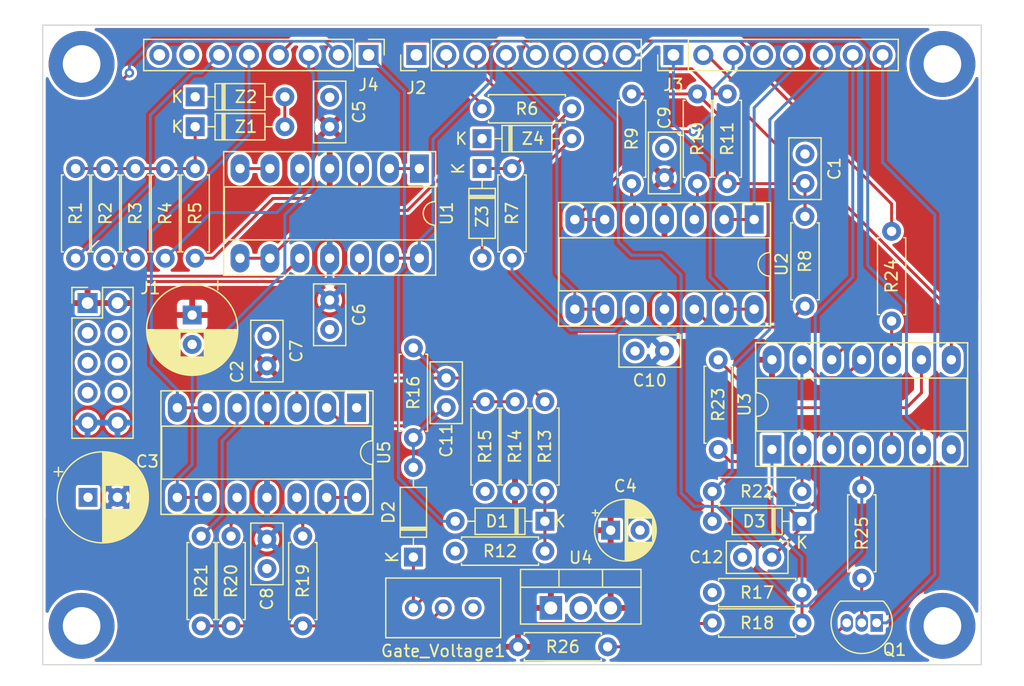
<source format=kicad_pcb>
(kicad_pcb (version 20221018) (generator pcbnew)
  (layers (0 "F.Cu" mixed) (1 "In1.Cu" power) (2 "In2.Cu" power) (31 "B.Cu" mixed) (34 "B.Paste" user) (35 "F.Paste" user) (36 "B.SilkS" user "B.Silkscreen") (37 "F.SilkS" user "F.Silkscreen") (38 "B.Mask" user) (39 "F.Mask" user) (44 "Edge.Cuts" user))
  (net 0 "")
  (net 1 "GND")
  (net 2 "X22")
  (net 3 "X17")
  (net 4 "X2")
  (net 5 "X4")
  (net 6 "Net-(U1B--)")
  (net 7 "Net-(U1A--)")
  (net 8 "X9")
  (net 9 "X11")
  (net 10 "X13")
  (net 11 "X15")
  (net 12 "X14")
  (net 13 "X18")
  (net 14 "X19")
  (net 15 "X21")
  (net 16 "X5")
  (net 17 "X8")
  (net 18 "X10")
  (net 19 "+12V")
  (net 20 "-12V")
  (net 21 "X16")
  (net 22 "Net-(Q1-B)")
  (net 23 "Net-(Q1-C)")
  (net 24 "Net-(U1C-+)")
  (net 25 "Net-(U1D-+)")
  (net 26 "Net-(U1B-+)")
  (net 27 "Net-(U1A-+)")
  (net 28 "Net-(U2C-+)")
  (net 29 "Net-(C1-Pad2)")
  (net 30 "Net-(U2D-+)")
  (net 31 "Net-(U2B-+)")
  (net 32 "Net-(U2A-+)")
  (net 33 "X6")
  (net 34 "Net-(U5A-+)")
  (net 35 "Net-(U5A--)")
  (net 36 "Net-(R17-Pad1)")
  (net 37 "Net-(U5D-+)")
  (net 38 "Net-(U5C-+)")
  (net 39 "Net-(U5B-+)")
  (net 40 "NG")
  (net 41 "Net-(R23-Pad1)")
  (net 42 "X20")
  (net 43 "Net-(R24-Pad2)")
  (net 44 "+5V")
  (net 45 "X3")
  (net 46 "Net-(Gate_Voltage1-Pad2)")
  (net 47 "X1")
  (net 48 "Net-(Z1-K)")
  (net 49 "Net-(Z3-K)")
  (net 50 "Net-(Z1-A)")
  (net 51 "Net-(Z3-A)")
  (net 52 "Net-(D2-A)")
  (net 53 "Net-(D1-K)")
  (net 54 "Net-(D2-K)")
  (net 55 "X12")
  (footprint "Diode_THT:D_DO-35_SOD27_P7.62mm_Horizontal" (layer "F.Cu") (at 80.264 38.354 -90)
    (fp_text reference "Z3")
    (fp_text value "1N5231B")
  )
  (footprint "Library:R_Axial_DIN0207_L6.3mm_D2.5mm_P7.62mm_Horizontal" (layer "F.Cu") (at 85.598 65.786 90)
    (fp_text reference "R13")
    (fp_text value "20K")
  )
  (footprint "Library:R_Axial_DIN0207_L6.3mm_D2.5mm_P7.62mm_Horizontal" (layer "F.Cu") (at 80.518 65.786 90)
    (fp_text reference "R15")
    (fp_text value "20K")
  )
  (footprint "Library:R_Axial_DIN0207_L6.3mm_D2.5mm_P7.62mm_Horizontal" (layer "F.Cu") (at 74.422 53.594 -90)
    (fp_text reference "R16")
    (fp_text value "1M")
  )
  (footprint "MountingHole:MountingHole_3.2mm_M3_DIN965_Pad" (layer "F.Cu") (at 119.38 77.216)
    (fp_text reference "H3" hide)
    (fp_text value "MountingHole_Pad")
  )
  (footprint "Capacitor_THT:CP_Radial_D5.0mm_P2.50mm" (layer "F.Cu") (at 91.186 69.088)
    (fp_text reference "C4")
    (fp_text value "1uF")
  )
  (footprint "Library:R_Axial_DIN0207_L6.3mm_D2.5mm_P7.62mm_Horizontal" (layer "F.Cu") (at 107.447 74.388 180)
    (fp_text reference "R17")
    (fp_text value "100K")
  )
  (footprint "Library:R_Axial_DIN0207_L6.3mm_D2.5mm_P7.62mm_Horizontal" (layer "F.Cu") (at 101.097 39.634 90)
    (fp_text reference "R11")
    (fp_text value "100R")
  )
  (footprint "Library:R_Axial_DIN0207_L6.3mm_D2.5mm_P7.62mm_Horizontal" (layer "F.Cu") (at 107.701 42.428 -90)
    (fp_text reference "R8")
    (fp_text value "10K")
  )
  (footprint "Library:R_Axial_DIN0207_L6.3mm_D2.5mm_P7.62mm_Horizontal" (layer "F.Cu") (at 58.928 69.596 -90)
    (fp_text reference "R20")
    (fp_text value "10K")
  )
  (footprint "Library:R_Axial_DIN0207_L6.3mm_D2.5mm_P7.62mm_Horizontal" (layer "F.Cu") (at 50.8 38.354 -90)
    (fp_text reference "R3")
    (fp_text value "10K")
  )
  (footprint "Library:R_Axial_DIN0207_L6.3mm_D2.5mm_P7.62mm_Horizontal" (layer "F.Cu") (at 98.557 32.014 -90)
    (fp_text reference "R10")
    (fp_text value "10K")
  )
  (footprint "Diode_THT:D_DO-35_SOD27_P7.62mm_Horizontal" (layer "F.Cu") (at 85.598 68.326 180)
    (fp_text reference "D1")
    (fp_text value "1N914")
  )
  (footprint "Capacitor_THT:C_Disc_D5.0mm_W2.5mm_P2.50mm" (layer "F.Cu") (at 61.976 69.85 -90)
    (fp_text reference "C8")
    (fp_text value "100nF")
  )
  (footprint "Capacitor_THT:C_Disc_D5.0mm_W2.5mm_P2.50mm" (layer "F.Cu") (at 102.387 71.384)
    (fp_text reference "C12")
    (fp_text value "220nF")
  )
  (footprint "Capacitor_THT:C_Disc_D5.0mm_W2.5mm_P2.50mm" (layer "F.Cu") (at 95.763 36.626 -90)
    (fp_text reference "C9")
    (fp_text value "100nF")
  )
  (footprint "Library:R_Axial_DIN0207_L6.3mm_D2.5mm_P7.62mm_Horizontal" (layer "F.Cu") (at 99.827 65.796)
    (fp_text reference "R22")
    (fp_text value "100R")
  )
  (footprint "Diode_THT:D_DO-35_SOD27_P7.62mm_Horizontal" (layer "F.Cu") (at 55.88 34.798)
    (fp_text reference "Z1")
    (fp_text value "1N5231B")
  )
  (footprint "Capacitor_THT:C_Disc_D5.0mm_W2.5mm_P2.50mm" (layer "F.Cu") (at 95.763 53.858 180)
    (fp_text reference "C10")
    (fp_text value "100nF")
  )
  (footprint "Library:R_Axial_DIN0207_L6.3mm_D2.5mm_P7.62mm_Horizontal" (layer "F.Cu") (at 115.062 43.688 -90)
    (fp_text reference "R24")
    (fp_text value "2K")
  )
  (footprint "MountingHole:MountingHole_3.2mm_M3_DIN965_Pad" (layer "F.Cu") (at 46.228 29.464)
    (fp_text reference "H1" hide)
    (fp_text value "MountingHole_Pad")
  )
  (footprint "Library:R_Axial_DIN0207_L6.3mm_D2.5mm_P7.62mm_Horizontal" (layer "F.Cu") (at 83.058 58.166 -90)
    (fp_text reference "R14")
    (fp_text value "100K")
  )
  (footprint "Connector_PinHeader_2.54mm:PinHeader_2x05_P2.54mm_Vertical" (layer "F.Cu") (at 46.736 49.784)
    (fp_text reference "J1")
    (fp_text value "Conn_02x05_Odd_Even")
  )
  (footprint "Diode_THT:D_DO-35_SOD27_P7.62mm_Horizontal" (layer "F.Cu") (at 107.447 68.336 180)
    (fp_text reference "D3")
    (fp_text value "1N914")
  )
  (footprint "Package_DIP:DIP-14_W7.62mm_Socket_LongPads" (layer "F.Cu") (at 74.93 38.354 -90)
    (fp_text reference "U1")
    (fp_text value "TL074")
  )
  (footprint "Connector_PinHeader_2.54mm:PinHeader_1x08_P2.54mm_Vertical" (layer "F.Cu") (at 74.676 28.702 90)
    (fp_text reference "J2")
    (fp_text value "Conn_01x08")
  )
  (footprint "Library:R_Axial_DIN0207_L6.3mm_D2.5mm_P7.62mm_Horizontal" (layer "F.Cu") (at 55.88 38.354 -90)
    (fp_text reference "R5")
    (fp_text value "10K")
  )
  (footprint "Capacitor_THT:C_Disc_D5.0mm_W2.5mm_P2.50mm" (layer "F.Cu") (at 67.31 32.298 -90)
    (fp_text reference "C5")
    (fp_text value "100nF")
  )
  (footprint "Package_DIP:DIP-14_W7.62mm_Socket_LongPads" (layer "F.Cu") (at 103.383 42.682 -90)
    (fp_text reference "U2")
    (fp_text value "TL074")
  )
  (footprint "Library:R_Axial_DIN0207_L6.3mm_D2.5mm_P7.62mm_Horizontal" (layer "F.Cu") (at 92.969 32.014 -90)
    (fp_text reference "R9")
    (fp_text value "10K")
  )
  (footprint "Library:R_Axial_DIN0207_L6.3mm_D2.5mm_P7.62mm_Horizontal" (layer "F.Cu") (at 45.72 45.974 90)
    (fp_text reference "R1")
    (fp_text value "10K")
  )
  (footprint "Capacitor_THT:CP_Radial_D7.5mm_P2.50mm" (layer "F.Cu") (at 55.626 50.8 -90)
    (fp_text reference "C2")
    (fp_text value "10uF")
  )
  (footprint "Library:R_Axial_DIN0207_L6.3mm_D2.5mm_P7.62mm_Horizontal" (layer "F.Cu") (at 65.024 69.596 -90)
    (fp_text reference "R19")
    (fp_text value "10K")
  )
  (footprint "Potentiometer_THT:Potentiometer_Bourns_3296W_Vertical" (layer "F.Cu") (at 74.422 75.692 180)
    (fp_text reference "Gate_Voltage1")
    (fp_text value "100K")
  )
  (footprint "Library:R_Axial_DIN0207_L6.3mm_D2.5mm_P7.62mm_Horizontal" (layer "F.Cu") (at 77.978 70.866)
    (fp_text reference "R12")
    (fp_text value "100K")
  )
  (footprint "Library:R_Axial_DIN0207_L6.3mm_D2.5mm_P7.62mm_Horizontal" (layer "F.Cu") (at 99.827 76.972)
    (fp_text reference "R18")
    (fp_text value "130K")
  )
  (footprint "MountingHole:MountingHole_3.2mm_M3_DIN965_Pad" (layer "F.Cu") (at 46.228 77.216)
    (fp_text reference "H4" hide)
    (fp_text value "MountingHole_Pad")
  )
  (footprint "Library:R_Axial_DIN0207_L6.3mm_D2.5mm_P7.62mm_Horizontal" (layer "F.Cu") (at 53.34 38.354 -90)
    (fp_text reference "R4")
    (fp_text value "10K")
  )
  (footprint "Diode_THT:D_DO-35_SOD27_P7.62mm_Horizontal" (layer "F.Cu") (at 80.264 35.814)
    (fp_text reference "Z4")
    (fp_text value "1N5231B")
  )
  (footprint "Capacitor_THT:C_Disc_D5.0mm_W2.5mm_P2.50mm" (layer "F.Cu") (at 61.976 52.618 -90)
    (fp_text reference "C7")
    (fp_text value "100nF")
  )
  (footprint "Capacitor_THT:C_Disc_D5.0mm_W2.5mm_P2.50mm" (layer "F.Cu") (at 77.216 56.154 -90)
    (fp_text reference "C11")
    (fp_text value "47pF")
  )
  (footprint "Library:R_Axial_DIN0207_L6.3mm_D2.5mm_P7.62mm_Horizontal" (layer "F.Cu") (at 100.33 54.61 -90)
    (fp_text reference "R23")
    (fp_text value "1K")
  )
  (footprint "Library:R_Axial_DIN0207_L6.3mm_D2.5mm_P7.62mm_Horizontal" (layer "F.Cu") (at 56.388 69.596 -90)
    (fp_text reference "R21")
    (fp_text value "10K")
  )
  (footprint "Library:R_Axial_DIN0207_L6.3mm_D2.5mm_P7.62mm_Horizontal" (layer "F.Cu") (at 82.804 38.354 -90)
    (fp_text reference "R7")
    (fp_text value "10K")
  )
  (footprint "Capacitor_THT:CP_Radial_D7.5mm_P2.50mm" (layer "F.Cu") (at 46.776 66.294)
    (fp_text reference "C3")
    (fp_text value "10uF")
  )
  (footprint "Capacitor_THT:C_Disc_D5.0mm_W2.5mm_P2.50mm" (layer "F.Cu") (at 107.701 37.114 -90)
    (fp_text reference "C1")
    (fp_text value "220nF")
  )
  (footprint "Package_TO_SOT_THT:TO-92_Inline" (layer "F.Cu") (at 113.792 76.962 180)
    (fp_text reference "Q1")
    (fp_text value "2N3904")
  )
  (footprint "Package_DIP:DIP-14_W7.62mm_Socket_LongPads" (layer "F.Cu") (at 69.601 58.684 -90)
    (fp_text reference "U5")
    (fp_text value "TL074")
  )
  (footprint "Connector_PinHeader_2.54mm:PinHeader_1x08_P2.54mm_Vertical" (layer "F.Cu") (at 70.612 28.702 -90)
    (fp_text reference "J4")
    (fp_text value "Conn_01x08")
  )
  (footprint "MountingHole:MountingHole_3.2mm_M3_DIN965_Pad" (layer "F.Cu") (at 119.38 29.464)
    (fp_text reference "H2" hide)
    (fp_text value "MountingHole_Pad")
  )
  (footprint "Package_TO_SOT_THT:TO-220-3_Vertical" (layer "F.Cu") (at 86.106 75.692)
    (fp_text reference "U4")
    (fp_text value "LM7805_TO220")
  )
  (footprint "Capacitor_THT:C_Disc_D5.0mm_W2.5mm_P2.50mm" (layer "F.Cu") (at 67.31 49.53 -90)
    (fp_text reference "C6")
    (fp_text value "100nF")
  )
  (footprint "Library:R_Axial_DIN0207_L6.3mm_D2.5mm_P7.62mm_Horizontal" (layer "F.Cu") (at 112.527 73.162 90)
    (fp_text reference "R25")
    (fp_text value "100K")
  )
  (footprint "Diode_THT:D_DO-35_SOD27_P7.62mm_Horizontal" (layer "F.Cu") (at 55.88 32.258)
    (fp_text reference "Z2")
    (fp_text value "1N5231B")
  )
  (footprint "Diode_THT:D_DO-35_SOD27_P7.62mm_Horizontal" (layer "F.Cu") (at 74.422 71.374 90)
    (fp_text reference "D2")
    (fp_text value "1N914")
  )
  (footprint "Library:R_Axial_DIN0207_L6.3mm_D2.5mm_P7.62mm_Horizontal" (layer "F.Cu") (at 80.264 33.274)
    (fp_text reference "R6")
    (fp_text value "10K")
  )
  (footprint "Library:R_Axial_DIN0207_L6.3mm_D2.5mm_P7.62mm_Horizontal" (layer "F.Cu") (at 90.932 78.994 180)
    (fp_text reference "R26")
    (fp_text value "2K")
  )
  (footprint "Connector_PinHeader_2.54mm:PinHeader_1x08_P2.54mm_Vertical" (layer "F.Cu") (at 96.52 28.702 90)
    (fp_text reference "J3")
    (fp_text value "Conn_01x08")
  )
  (footprint "Package_DIP:DIP-14_W7.62mm_Socket_LongPads" (layer "F.Cu") (at 104.897 62.22 90)
    (fp_text reference "U3")
    (fp_text value "40106")
  )
  (footprint "Library:R_Axial_DIN0207_L6.3mm_D2.5mm_P7.62mm_Horizontal" (layer "F.Cu") (at 48.26 38.354 -90)
    (fp_text reference "R2")
    (fp_text value "10K")
  )
  (gr_rect (start 42.926 26.162) (end 122.682 80.518) (stroke (width 0.1)) (fill none) (layer "Edge.Cuts"))
  (segment (start 52.07 33.818) (end 52.07 39.624) (width 0.25) (layer "B.Cu") (net 2))
  (segment (start 56.388 30.226) (end 55.662 30.226) (width 0.25) (layer "B.Cu") (net 2))
  (segment (start 57.912 28.702) (end 56.388 30.226) (width 0.25) (layer "B.Cu") (net 2))
  (segment (start 52.07 39.624) (end 45.72 45.974) (width 0.25) (layer "B.Cu") (net 2))
  (segment (start 55.662 30.226) (end 52.07 33.818) (width 0.25) (layer "B.Cu") (net 2))
  (segment (start 73.152 47.244) (end 73.66 46.736) (width 0.25) (layer "B.Cu") (net 3))
  (segment (start 73.66 31.75) (end 70.612 28.702) (width 0.25) (layer "B.Cu") (net 3))
  (segment (start 73.66 46.736) (end 73.66 31.75) (width 0.25) (layer "B.Cu") (net 3))
  (segment (start 76.84663 68.326) (end 73.152 64.63137) (width 0.25) (layer "B.Cu") (net 3))
  (segment (start 77.978 68.326) (end 76.84663 68.326) (width 0.25) (layer "B.Cu") (net 3))
  (segment (start 73.152 64.63137) (end 73.152 47.244) (width 0.25) (layer "B.Cu") (net 3))
  (segment (start 79.756 29.8789) (end 79.756 28.702) (width 0.25) (layer "F.Cu") (net 4))
  (segment (start 81.43 31.5529) (end 79.756 29.8789) (width 0.25) (layer "F.Cu") (net 4))
  (segment (start 62.23 45.974) (end 66.294 41.91) (width 0.25) (layer "F.Cu") (net 4))
  (segment (start 66.294 41.91) (end 73.914 41.91) (width 0.25) (layer "F.Cu") (net 4))
  (segment (start 81.43 36.7648) (end 81.43 31.5529) (width 0.25) (layer "F.Cu") (net 4))
  (segment (start 81.2539 36.9409) (end 81.43 36.7648) (width 0.25) (layer "F.Cu") (net 4))
  (segment (start 73.914 41.91) (end 78.8831 36.9409) (width 0.25) (layer "F.Cu") (net 4))
  (segment (start 78.8831 36.9409) (end 81.2539 36.9409) (width 0.25) (layer "F.Cu") (net 4))
  (segment (start 62.23 45.974) (end 59.69 45.974) (width 0.25) (layer "F.Cu") (net 4))
  (segment (start 72.39 45.974) (end 74.93 45.974) (width 0.25) (layer "F.Cu") (net 5))
  (segment (start 76.0906 43.2865) (end 74.93 44.4471) (width 0.25) (layer "B.Cu") (net 5))
  (segment (start 81.026 28.3041) (end 81.026 30.9184) (width 0.25) (layer "B.Cu") (net 5))
  (segment (start 83.6433 27.5093) (end 81.8208 27.5093) (width 0.25) (layer "B.Cu") (net 5))
  (segment (start 74.93 44.4471) (end 74.93 45.974) (width 0.25) (layer "B.Cu") (net 5))
  (segment (start 81.8208 27.5093) (end 81.026 28.3041) (width 0.25) (layer "B.Cu") (net 5))
  (segment (start 84.836 28.702) (end 83.6433 27.5093) (width 0.25) (layer "B.Cu") (net 5))
  (segment (start 76.0906 35.8538) (end 76.0906 43.2865) (width 0.25) (layer "B.Cu") (net 5))
  (segment (start 81.026 30.9184) (end 76.0906 35.8538) (width 0.25) (layer "B.Cu") (net 5))
  (segment (start 62.23 38.354) (end 59.69 38.354) (width 0.25) (layer "F.Cu") (net 6))
  (segment (start 72.39 38.354) (end 74.93 38.354) (width 0.25) (layer "F.Cu") (net 7))
  (segment (start 100.843 50.302) (end 103.383 50.302) (width 0.25) (layer "F.Cu") (net 8))
  (segment (start 96.52 34.568) (end 99.7176 37.7656) (width 0.25) (layer "B.Cu") (net 8))
  (segment (start 99.7176 37.7656) (end 99.7176 40.0671) (width 0.25) (layer "B.Cu") (net 8))
  (segment (start 99.7176 40.0671) (end 99.6454 40.1393) (width 0.25) (layer "B.Cu") (net 8))
  (segment (start 100.843 50.302) (end 100.843 48.7751) (width 0.25) (layer "B.Cu") (net 8))
  (segment (start 96.52 28.702) (end 96.52 34.568) (width 0.25) (layer "B.Cu") (net 8))
  (segment (start 99.6454 47.5775) (end 100.843 48.7751) (width 0.25) (layer "B.Cu") (net 8))
  (segment (start 99.6454 40.1393) (end 99.6454 47.5775) (width 0.25) (layer "B.Cu") (net 8))
  (segment (start 88.3955 42.3644) (end 95.5417 35.2182) (width 0.25) (layer "F.Cu") (net 9))
  (segment (start 88.3955 42.682) (end 88.3955 42.3644) (width 0.25) (layer "F.Cu") (net 9))
  (segment (start 88.3955 42.682) (end 90.683 42.682) (width 0.25) (layer "F.Cu") (net 9))
  (segment (start 88.143 42.682) (end 88.3955 42.682) (width 0.25) (layer "F.Cu") (net 9))
  (segment (start 95.5417 35.2182) (end 98.1981 35.2182) (width 0.25) (layer "F.Cu") (net 9))
  (via (at 98.1981 35.2182) (size 0.8) (drill 0.4) (layers "F.Cu" "B.Cu") (net 9))
  (segment (start 101.6 28.702) (end 101.6 29.8789) (width 0.25) (layer "B.Cu") (net 9))
  (segment (start 99.827 33.5893) (end 99.827 31.6519) (width 0.25) (layer "B.Cu") (net 9))
  (segment (start 98.1981 35.2182) (end 99.827 33.5893) (width 0.25) (layer "B.Cu") (net 9))
  (segment (start 99.827 31.6519) (end 101.6 29.8789) (width 0.25) (layer "B.Cu") (net 9))
  (segment (start 100.843 42.682) (end 103.383 42.682) (width 0.25) (layer "F.Cu") (net 10))
  (segment (start 103.383 42.682) (end 103.383 33.1759) (width 0.25) (layer "B.Cu") (net 10))
  (segment (start 106.68 28.702) (end 106.68 29.8789) (width 0.25) (layer "B.Cu") (net 10))
  (segment (start 103.383 33.1759) (end 106.68 29.8789) (width 0.25) (layer "B.Cu") (net 10))
  (segment (start 104.887 71.384) (end 107.447 68.824) (width 0.25) (layer "F.Cu") (net 11))
  (segment (start 107.447 68.336) (end 107.447 68.331) (width 0.25) (layer "F.Cu") (net 11))
  (segment (start 107.447 68.824) (end 107.447 68.58) (width 0.25) (layer "F.Cu") (net 11))
  (segment (start 107.447 68.331) (end 102.362 63.246) (width 0.25) (layer "F.Cu") (net 11))
  (segment (start 101.346 63.246) (end 100.33 62.23) (width 0.25) (layer "F.Cu") (net 11))
  (segment (start 102.362 63.246) (end 101.346 63.246) (width 0.25) (layer "F.Cu") (net 11))
  (segment (start 107.447 68.58) (end 107.447 68.336) (width 0.25) (layer "F.Cu") (net 11))
  (segment (start 108.5739 50.7688) (end 111.76 47.5827) (width 0.25) (layer "B.Cu") (net 11))
  (segment (start 108.5739 67.2091) (end 108.5739 50.7688) (width 0.25) (layer "B.Cu") (net 11))
  (segment (start 111.76 47.5827) (end 111.76 28.702) (width 0.25) (layer "B.Cu") (net 11))
  (segment (start 107.447 68.336) (end 108.5739 67.2091) (width 0.25) (layer "B.Cu") (net 11))
  (segment (start 99.827 68.336) (end 99.827 65.796) (width 0.25) (layer "F.Cu") (net 12))
  (segment (start 109.22 28.702) (end 109.22 29.6917) (width 0.25) (layer "B.Cu") (net 12))
  (segment (start 104.7149 52.0111) (end 101.5172 55.2088) (width 0.25) (layer "B.Cu") (net 12))
  (segment (start 104.7149 34.1968) (end 104.7149 52.0111) (width 0.25) (layer "B.Cu") (net 12))
  (segment (start 101.5172 55.2088) (end 101.5172 64.1058) (width 0.25) (layer "B.Cu") (net 12))
  (segment (start 109.22 29.6917) (end 104.7149 34.1968) (width 0.25) (layer "B.Cu") (net 12))
  (segment (start 101.5172 64.1058) (end 99.827 65.796) (width 0.25) (layer "B.Cu") (net 12))
  (segment (start 43.434 67.564) (end 43.434 66.548) (width 0.25) (layer "F.Cu") (net 13))
  (segment (start 49.53 73.66) (end 44.196 68.326) (width 0.25) (layer "F.Cu") (net 13))
  (segment (start 43.434 66.548) (end 43.434 37.084) (width 0.25) (layer "F.Cu") (net 13))
  (segment (start 62.550991 73.66) (end 49.53 73.66) (width 0.25) (layer "F.Cu") (net 13))
  (segment (start 67.061 66.304) (end 67.061 69.149991) (width 0.25) (layer "F.Cu") (net 13))
  (segment (start 67.061 69.149991) (end 62.550991 73.66) (width 0.25) (layer "F.Cu") (net 13))
  (segment (start 44.196 68.326) (end 43.434 67.564) (width 0.25) (layer "F.Cu") (net 13))
  (segment (start 43.434 37.084) (end 50.292 30.226) (width 0.25) (layer "F.Cu") (net 13))
  (segment (start 69.601 66.304) (end 67.061 66.304) (width 0.25) (layer "F.Cu") (net 13))
  (via (at 50.292 30.226) (size 0.8) (drill 0.4) (layers "F.Cu" "B.Cu") (net 13))
  (segment (start 50.292 30.226) (end 50.292 29.580299) (width 0.25) (layer "B.Cu") (net 13))
  (segment (start 50.292 29.580299) (end 52.345299 27.527) (width 0.25) (layer "B.Cu") (net 13))
  (segment (start 66.897 27.527) (end 68.072 28.702) (width 0.25) (layer "B.Cu") (net 13))
  (segment (start 52.345299 27.527) (end 66.897 27.527) (width 0.25) (layer "B.Cu") (net 13))
  (segment (start 54.361 66.304) (end 56.901 66.304) (width 0.25) (layer "F.Cu") (net 14))
  (segment (start 54.361 66.304) (end 54.361 64.7771) (width 0.25) (layer "B.Cu") (net 14))
  (segment (start 63.5 47.1312) (end 63.5 42.2761) (width 0.25) (layer "B.Cu") (net 14))
  (segment (start 55.631 55.0002) (end 63.5 47.1312) (width 0.25) (layer "B.Cu") (net 14))
  (segment (start 63.5 42.2761) (end 65.9092 39.8669) (width 0.25) (layer "B.Cu") (net 14))
  (segment (start 65.532 28.702) (end 65.532 29.8789) (width 0.25) (layer "B.Cu") (net 14))
  (segment (start 65.9092 30.2561) (end 65.532 29.8789) (width 0.25) (layer "B.Cu") (net 14))
  (segment (start 65.9092 39.8669) (end 65.9092 30.2561) (width 0.25) (layer "B.Cu") (net 14))
  (segment (start 55.631 63.5071) (end 55.631 55.0002) (width 0.25) (layer "B.Cu") (net 14))
  (segment (start 54.361 64.7771) (end 55.631 63.5071) (width 0.25) (layer "B.Cu") (net 14))
  (segment (start 54.361 58.684) (end 56.901 58.684) (width 0.25) (layer "F.Cu") (net 15))
  (segment (start 54.361 57.1571) (end 52.157 54.9531) (width 0.25) (layer "B.Cu") (net 15))
  (segment (start 52.157 54.9531) (end 52.157 43.759) (width 0.25) (layer "B.Cu") (net 15))
  (segment (start 60.452 35.464) (end 60.452 28.702) (width 0.25) (layer "B.Cu") (net 15))
  (segment (start 54.361 58.684) (end 54.361 57.1571) (width 0.25) (layer "B.Cu") (net 15))
  (segment (start 52.157 43.759) (end 60.452 35.464) (width 0.25) (layer "B.Cu") (net 15))
  (segment (start 112.517 65.532) (end 112.527 65.542) (width 0.25) (layer "F.Cu") (net 16))
  (segment (start 112.517 62.22) (end 112.517 65.532) (width 0.25) (layer "F.Cu") (net 16))
  (segment (start 99.4476 67.056) (end 99.4576 67.066) (width 0.25) (layer "B.Cu") (net 16))
  (segment (start 87.376 29.8789) (end 91.7815 34.2844) (width 0.25) (layer "B.Cu") (net 16))
  (segment (start 103.637 72.2514) (end 106.9111 75.5255) (width 0.25) (layer "B.Cu") (net 16))
  (segment (start 97.178 47.394) (end 97.178 65.936) (width 0.25) (layer "B.Cu") (net 16))
  (segment (start 91.8436 44.5996) (end 92.964 45.72) (width 0.25) (layer "B.Cu") (net 16))
  (segment (start 98.298 67.056) (end 99.4476 67.056) (width 0.25) (layer "B.Cu") (net 16))
  (segment (start 87.376 28.702) (end 87.376 29.8789) (width 0.25) (layer "B.Cu") (net 16))
  (segment (start 91.8436 41.1566) (end 91.8436 44.5996) (width 0.25) (layer "B.Cu") (net 16))
  (segment (start 100.2137 67.066) (end 103.637 70.4893) (width 0.25) (layer "B.Cu") (net 16))
  (segment (start 99.4576 67.066) (end 100.2137 67.066) (width 0.25) (layer "B.Cu") (net 16))
  (segment (start 92.964 45.72) (end 95.504 45.72) (width 0.25) (layer "B.Cu") (net 16))
  (segment (start 97.178 65.936) (end 98.298 67.056) (width 0.25) (layer "B.Cu") (net 16))
  (segment (start 91.7815 41.0945) (end 91.8436 41.1566) (width 0.25) (layer "B.Cu") (net 16))
  (segment (start 112.527 70.9033) (end 112.527 65.542) (width 0.25) (layer "B.Cu") (net 16))
  (segment (start 95.504 45.72) (end 97.178 47.394) (width 0.25) (layer "B.Cu") (net 16))
  (segment (start 103.637 70.4893) (end 103.637 72.2514) (width 0.25) (layer "B.Cu") (net 16))
  (segment (start 107.9048 75.5255) (end 112.527 70.9033) (width 0.25) (layer "B.Cu") (net 16))
  (segment (start 106.9111 75.5255) (end 107.9048 75.5255) (width 0.25) (layer "B.Cu") (net 16))
  (segment (start 91.7815 34.2844) (end 91.7815 41.0945) (width 0.25) (layer "B.Cu") (net 16))
  (segment (start 94.8108 27.5241) (end 112.2484 27.5241) (width 0.25) (layer "B.Cu") (net 17))
  (segment (start 116.327 49.8838) (end 116.327 59.4231) (width 0.25) (layer "B.Cu") (net 17))
  (segment (start 117.597 62.22) (end 117.597 60.6931) (width 0.25) (layer "B.Cu") (net 17))
  (segment (start 92.456 28.702) (end 93.6329 28.702) (width 0.25) (layer "B.Cu") (net 17))
  (segment (start 116.327 59.4231) (end 117.597 60.6931) (width 0.25) (layer "B.Cu") (net 17))
  (segment (start 113.03 28.3057) (end 113.03 46.5868) (width 0.25) (layer "B.Cu") (net 17))
  (segment (start 113.03 46.5868) (end 116.327 49.8838) (width 0.25) (layer "B.Cu") (net 17))
  (segment (start 112.2484 27.5241) (end 113.03 28.3057) (width 0.25) (layer "B.Cu") (net 17))
  (segment (start 93.6329 28.702) (end 94.8108 27.5241) (width 0.25) (layer "B.Cu") (net 17))
  (segment (start 108.0592 38.364) (end 107.3174 38.364) (width 0.25) (layer "F.Cu") (net 18))
  (segment (start 99.06 28.702) (end 99.379 28.702) (width 0.25) (layer "F.Cu") (net 18))
  (segment (start 99.379 28.702) (end 102.5501 31.8731) (width 0.25) (layer "F.Cu") (net 18))
  (segment (start 102.5501 33.5967) (end 102.5501 31.8731) (width 0.25) (layer "F.Cu") (net 18))
  (segment (start 120.137 54.6) (end 120.137 50.4418) (width 0.25) (layer "F.Cu") (net 18))
  (segment (start 107.3174 38.364) (end 102.5501 33.5967) (width 0.25) (layer "F.Cu") (net 18))
  (segment (start 120.137 50.4418) (end 108.0592 38.364) (width 0.25) (layer "F.Cu") (net 18))
  (segment (start 118.735 72.8709) (end 118.735 42.2715) (width 0.25) (layer "B.Cu") (net 21))
  (segment (start 114.6439 76.962) (end 118.735 72.8709) (width 0.25) (layer "B.Cu") (net 21))
  (segment (start 118.735 42.2715) (end 114.3 37.8365) (width 0.25) (layer "B.Cu") (net 21))
  (segment (start 113.792 76.962) (end 114.6439 76.962) (width 0.25) (layer "B.Cu") (net 21))
  (segment (start 114.3 37.8365) (end 114.3 28.702) (width 0.25) (layer "B.Cu") (net 21))
  (segment (start 112.522 76.962) (end 112.522 73.167) (width 0.25) (layer "F.Cu") (net 22))
  (segment (start 112.522 73.167) (end 112.527 73.162) (width 0.25) (layer "F.Cu") (net 22))
  (segment (start 109.22 78.994) (end 90.932 78.994) (width 0.25) (layer "F.Cu") (net 23))
  (segment (start 111.252 76.962) (end 109.22 78.994) (width 0.25) (layer "F.Cu") (net 23))
  (segment (start 63.2431 47.5009) (end 49.7869 47.5009) (width 0.25) (layer "F.Cu") (net 24))
  (segment (start 48.26 45.974) (end 49.7869 47.5009) (width 0.25) (layer "F.Cu") (net 24))
  (segment (start 64.77 45.974) (end 63.2431 47.5009) (width 0.25) (layer "F.Cu") (net 24))
  (segment (start 69.3981 47.9528) (end 69.85 47.5009) (width 0.25) (layer "F.Cu") (net 25))
  (segment (start 47.776 44.8081) (end 47.0903 45.4938) (width 0.25) (layer "F.Cu") (net 25))
  (segment (start 69.85 45.974) (end 69.85 47.5009) (width 0.25) (layer "F.Cu") (net 25))
  (segment (start 48.5436 47.9528) (end 69.3981 47.9528) (width 0.25) (layer "F.Cu") (net 25))
  (segment (start 47.0903 45.4938) (end 47.0903 46.4995) (width 0.25) (layer "F.Cu") (net 25))
  (segment (start 47.0903 46.4995) (end 48.5436 47.9528) (width 0.25) (layer "F.Cu") (net 25))
  (segment (start 50.8 45.974) (end 49.6341 44.8081) (width 0.25) (layer "F.Cu") (net 25))
  (segment (start 49.6341 44.8081) (end 47.776 44.8081) (width 0.25) (layer "F.Cu") (net 25))
  (segment (start 64.77 40.132) (end 64.77 38.354) (width 0.25) (layer "B.Cu") (net 26))
  (segment (start 62.812296 42.089704) (end 64.77 40.132) (width 0.25) (layer "B.Cu") (net 26))
  (segment (start 57.224296 42.089704) (end 62.812296 42.089704) (width 0.25) (layer "B.Cu") (net 26))
  (segment (start 53.34 45.974) (end 57.224296 42.089704) (width 0.25) (layer "B.Cu") (net 26))
  (segment (start 55.88 45.974) (end 57.404 45.974) (width 0.25) (layer "F.Cu") (net 27))
  (segment (start 69.342 40.894) (end 69.85 40.386) (width 0.25) (layer "F.Cu") (net 27))
  (segment (start 62.484 40.894) (end 69.342 40.894) (width 0.25) (layer "F.Cu") (net 27))
  (segment (start 57.404 45.974) (end 62.484 40.894) (width 0.25) (layer "F.Cu") (net 27))
  (segment (start 69.85 40.386) (end 69.85 38.354) (width 0.25) (layer "F.Cu") (net 27))
  (segment (start 82.804 45.974) (end 82.804 47.10537) (width 0.25) (layer "B.Cu") (net 28))
  (segment (start 91.455 52.07) (end 93.223 50.302) (width 0.25) (layer "B.Cu") (net 28))
  (segment (start 87.76863 52.07) (end 91.455 52.07) (width 0.25) (layer "B.Cu") (net 28))
  (segment (start 82.804 47.10537) (end 87.76863 52.07) (width 0.25) (layer "B.Cu") (net 28))
  (segment (start 92.969 32.014) (end 98.557 32.014) (width 0.25) (layer "F.Cu") (net 29))
  (segment (start 101.097 34.554) (end 98.557 32.014) (width 0.25) (layer "F.Cu") (net 29))
  (segment (start 107.681 39.634) (end 107.701 39.614) (width 0.25) (layer "F.Cu") (net 29))
  (segment (start 101.097 39.634) (end 107.681 39.634) (width 0.25) (layer "F.Cu") (net 29))
  (segment (start 107.701 39.614) (end 107.701 42.428) (width 0.25) (layer "F.Cu") (net 29))
  (segment (start 101.097 39.634) (end 101.097 34.554) (width 0.25) (layer "F.Cu") (net 29))
  (segment (start 107.701 50.048) (end 105.922 51.827) (width 0.25) (layer "F.Cu") (net 30))
  (segment (start 99.828 51.827) (end 98.303 50.302) (width 0.25) (layer "F.Cu") (net 30))
  (segment (start 105.922 51.827) (end 99.828 51.827) (width 0.25) (layer "F.Cu") (net 30))
  (segment (start 93.223 40.899) (end 92.969 40.645) (width 0.25) (layer "F.Cu") (net 31))
  (segment (start 93.223 42.682) (end 93.223 40.899) (width 0.25) (layer "F.Cu") (net 31))
  (segment (start 92.969 40.645) (end 92.969 39.634) (width 0.25) (layer "F.Cu") (net 31))
  (segment (start 98.303 42.682) (end 98.303 41.143) (width 0.25) (layer "F.Cu") (net 32))
  (segment (start 98.303 41.143) (end 98.557 40.889) (width 0.25) (layer "F.Cu") (net 32))
  (segment (start 98.557 40.889) (end 98.557 39.634) (width 0.25) (layer "F.Cu") (net 32))
  (segment (start 91.0929 29.8789) (end 98.0685 29.8789) (width 0.25) (layer "F.Cu") (net 33))
  (segment (start 98.0685 29.8789) (end 99.9701 31.7805) (width 0.25) (layer "F.Cu") (net 33))
  (segment (start 99.9701 32.014) (end 101.097 32.014) (width 0.25) (layer "F.Cu") (net 33))
  (segment (start 99.9701 31.7805) (end 99.9701 32.014) (width 0.25) (layer "F.Cu") (net 33))
  (segment (start 89.916 28.702) (end 91.0929 29.8789) (width 0.25) (layer "F.Cu") (net 33))
  (segment (start 83.586 56.154) (end 77.216 56.154) (width 0.25) (layer "F.Cu") (net 34))
  (segment (start 64.521 57.1571) (end 65.5241 56.154) (width 0.25) (layer "F.Cu") (net 34))
  (segment (start 85.598 58.166) (end 83.586 56.154) (width 0.25) (layer "F.Cu") (net 34))
  (segment (start 64.521 58.684) (end 64.521 57.1571) (width 0.25) (layer "F.Cu") (net 34))
  (segment (start 65.5241 56.154) (end 77.216 56.154) (width 0.25) (layer "F.Cu") (net 34))
  (segment (start 76.982 56.154) (end 74.422 53.594) (width 0.25) (layer "B.Cu") (net 34))
  (segment (start 77.216 56.154) (end 76.982 56.154) (width 0.25) (layer "B.Cu") (net 34))
  (segment (start 68.5879 60.2109) (end 73.796 60.2109) (width 0.25) (layer "F.Cu") (net 35))
  (segment (start 83.058 58.166) (end 80.518 58.166) (width 0.25) (layer "F.Cu") (net 35))
  (segment (start 67.061 58.684) (end 68.5879 60.2109) (width 0.25) (layer "F.Cu") (net 35))
  (segment (start 73.796 60.2109) (end 76.5077 57.4992) (width 0.25) (layer "F.Cu") (net 35))
  (segment (start 78.7243 57.4992) (end 79.3911 58.166) (width 0.25) (layer "F.Cu") (net 35))
  (segment (start 80.518 58.166) (end 79.3911 58.166) (width 0.25) (layer "F.Cu") (net 35))
  (segment (start 76.5077 57.4992) (end 78.7243 57.4992) (width 0.25) (layer "F.Cu") (net 35))
  (segment (start 107.447 74.388) (end 107.447 76.972) (width 0.25) (layer "F.Cu") (net 36))
  (segment (start 104.897 68.844) (end 104.897 62.22) (width 0.25) (layer "B.Cu") (net 36))
  (segment (start 107.447 74.388) (end 107.447 71.394) (width 0.25) (layer "B.Cu") (net 36))
  (segment (start 107.447 71.394) (end 104.897 68.844) (width 0.25) (layer "B.Cu") (net 36))
  (segment (start 64.521 68.067) (end 64.516 68.072) (width 0.25) (layer "F.Cu") (net 37))
  (segment (start 65.024 68.58) (end 65.024 69.596) (width 0.25) (layer "F.Cu") (net 37))
  (segment (start 64.521 66.304) (end 64.521 68.067) (width 0.25) (layer "F.Cu") (net 37))
  (segment (start 64.516 68.072) (end 65.024 68.58) (width 0.25) (layer "F.Cu") (net 37))
  (segment (start 58.928 66.817) (end 59.441 66.304) (width 0.25) (layer "F.Cu") (net 38))
  (segment (start 59.441 68.067) (end 58.928 68.58) (width 0.25) (layer "F.Cu") (net 38))
  (segment (start 59.441 66.304) (end 59.441 68.067) (width 0.25) (layer "F.Cu") (net 38))
  (segment (start 58.928 68.58) (end 58.928 69.596) (width 0.25) (layer "F.Cu") (net 38))
  (segment (start 58.171 61.4809) (end 58.171 67.813) (width 0.25) (layer "B.Cu") (net 39))
  (segment (start 59.441 58.684) (end 59.441 60.2109) (width 0.25) (layer "B.Cu") (net 39))
  (segment (start 58.171 67.813) (end 56.388 69.596) (width 0.25) (layer "B.Cu") (net 39))
  (segment (start 59.441 60.2109) (end 58.171 61.4809) (width 0.25) (layer "B.Cu") (net 39))
  (segment (start 108.962 56.125) (end 110.992 56.125) (width 0.25) (layer "F.Cu") (net 40))
  (segment (start 107.447 65.796) (end 107.447 62.23) (width 0.25) (layer "F.Cu") (net 40))
  (segment (start 110.992 56.125) (end 112.517 54.6) (width 0.25) (layer "F.Cu") (net 40))
  (segment (start 107.447 62.23) (end 107.437 62.22) (width 0.25) (layer "F.Cu") (net 40))
  (segment (start 107.437 54.6) (end 108.962 56.125) (width 0.25) (layer "F.Cu") (net 40))
  (segment (start 107.437 54.6) (end 107.437 62.22) (width 0.25) (layer "B.Cu") (net 40))
  (segment (start 115.057 62.22) (end 115.057 58.679) (width 0.25) (layer "F.Cu") (net 41))
  (segment (start 100.33 54.61) (end 104.394 58.674) (width 0.25) (layer "F.Cu") (net 41))
  (segment (start 109.977 58.679) (end 109.982 58.674) (width 0.25) (layer "F.Cu") (net 41))
  (segment (start 116.332 58.674) (end 117.602 57.404) (width 0.25) (layer "F.Cu") (net 41))
  (segment (start 117.602 57.404) (end 117.597 57.399) (width 0.25) (layer "F.Cu") (net 41))
  (segment (start 109.977 62.22) (end 109.977 58.679) (width 0.25) (layer "F.Cu") (net 41))
  (segment (start 115.057 58.679) (end 115.062 58.674) (width 0.25) (layer "F.Cu") (net 41))
  (segment (start 104.394 58.674) (end 109.982 58.674) (width 0.25) (layer "F.Cu") (net 41))
  (segment (start 117.597 57.399) (end 117.597 54.6) (width 0.25) (layer "F.Cu") (net 41))
  (segment (start 115.062 58.674) (end 116.332 58.674) (width 0.25) (layer "F.Cu") (net 41))
  (segment (start 109.982 58.674) (end 115.062 58.674) (width 0.25) (layer "F.Cu") (net 41))
  (segment (start 102.1429 27.5128) (end 102.87 28.2399) (width 0.25) (layer "F.Cu") (net 42))
  (segment (start 62.992 28.702) (end 64.1812 27.5128) (width 0.25) (layer "F.Cu") (net 42))
  (segment (start 64.1812 27.5128) (end 102.1429 27.5128) (width 0.25) (layer "F.Cu") (net 42))
  (segment (start 102.87 28.2399) (end 102.87 29.1609) (width 0.25) (layer "F.Cu") (net 42))
  (segment (start 115.062 41.3529) (end 115.062 43.688) (width 0.25) (layer "F.Cu") (net 42))
  (segment (start 102.87 29.1609) (end 115.062 41.3529) (width 0.25) (layer "F.Cu") (net 42))
  (segment (start 115.062 52.832) (end 115.062 54.595) (width 0.25) (layer "F.Cu") (net 43))
  (segment (start 109.977 54.6) (end 111.745 52.832) (width 0.25) (layer "F.Cu") (net 43))
  (segment (start 111.745 52.832) (end 115.062 52.832) (width 0.25) (layer "F.Cu") (net 43))
  (segment (start 115.062 54.595) (end 115.057 54.6) (width 0.25) (layer "F.Cu") (net 43))
  (segment (start 115.062 51.308) (end 115.062 52.832) (width 0.25) (layer "F.Cu") (net 43))
  (segment (start 90.683 50.302) (end 88.143 50.302) (width 0.25) (layer "F.Cu") (net 45))
  (segment (start 88.143 50.302) (end 88.143 48.7751) (width 0.25) (layer "B.Cu") (net 45))
  (segment (start 86.6161 47.2482) (end 86.6161 34.199) (width 0.25) (layer "B.Cu") (net 45))
  (segment (start 86.6161 34.199) (end 82.296 29.8789) (width 0.25) (layer "B.Cu") (net 45))
  (segment (start 82.296 28.702) (end 82.296 29.8789) (width 0.25) (layer "B.Cu") (net 45))
  (segment (start 88.143 48.7751) (end 86.6161 47.2482) (width 0.25) (layer "B.Cu") (net 45))
  (segment (start 56.388 77.216) (end 58.928 77.216) (width 0.25) (layer "F.Cu") (net 46))
  (segment (start 58.928 77.216) (end 65.024 77.216) (width 0.25) (layer "F.Cu") (net 46))
  (segment (start 75.438 77.216) (end 76.962 75.692) (width 0.25) (layer "F.Cu") (net 46))
  (segment (start 65.024 77.216) (end 75.438 77.216) (width 0.25) (layer "F.Cu") (net 46))
  (segment (start 77.216 29.8789) (end 80.264 32.9269) (width 0.25) (layer "F.Cu") (net 47))
  (segment (start 77.216 28.702) (end 77.216 29.8789) (width 0.25) (layer "F.Cu") (net 47))
  (segment (start 80.264 32.9269) (end 80.264 33.274) (width 0.25) (layer "F.Cu") (net 47))
  (segment (start 50.8 38.354) (end 48.26 38.354) (width 0.25) (layer "F.Cu") (net 48))
  (segment (start 53.34 38.354) (end 50.8 38.354) (width 0.25) (layer "F.Cu") (net 48))
  (segment (start 48.26 38.354) (end 45.72 38.354) (width 0.25) (layer "F.Cu") (net 48))
  (segment (start 55.88 38.354) (end 55.88 34.798) (width 0.25) (layer "F.Cu") (net 48))
  (segment (start 55.88 38.354) (end 53.34 38.354) (width 0.25) (layer "F.Cu") (net 48))
  (segment (start 80.264 38.354) (end 82.804 38.354) (width 0.25) (layer "F.Cu") (net 49))
  (segment (start 82.804 38.354) (end 87.884 33.274) (width 0.25) (layer "F.Cu") (net 49))
  (segment (start 63.5 32.258) (end 63.5 34.798) (width 0.25) (layer "F.Cu") (net 50))
  (segment (start 80.264 43.434) (end 80.264 45.974) (width 0.25) (layer "F.Cu") (net 51))
  (segment (start 87.884 35.814) (end 80.264 43.434) (width 0.25) (layer "F.Cu") (net 51))
  (segment (start 74.9855 61.214) (end 74.422 61.7775) (width 0.25) (layer "B.Cu") (net 52))
  (segment (start 74.422 61.214) (end 74.9855 61.214) (width 0.25) (layer "B.Cu") (net 52))
  (segment (start 74.422 61.7775) (end 74.422 63.754) (width 0.25) (layer "B.Cu") (net 52))
  (segment (start 74.422 61.214) (end 76.982 58.654) (width 0.25) (layer "B.Cu") (net 52))
  (segment (start 76.982 58.654) (end 77.216 58.654) (width 0.25) (layer "B.Cu") (net 52))
  (segment (start 85.598 65.786) (end 85.598 70.866) (width 0.25) (layer "F.Cu") (net 53))
  (segment (start 74.422 75.692) (end 74.422 71.374) (width 0.25) (layer "F.Cu") (net 54))
  (segment (start 74.422 75.692) (end 75.467 74.647) (width 0.25) (layer "F.Cu") (net 54))
  (segment (start 84.8285 77.017) (end 82.4585 74.647) (width 0.25) (layer "F.Cu") (net 54))
  (segment (start 99.782 77.017) (end 84.8285 77.017) (width 0.25) (layer "F.Cu") (net 54))
  (segment (start 75.467 74.647) (end 82.4585 74.647) (width 0.25) (layer "F.Cu") (net 54))
  (segment (start 99.827 76.972) (end 99.782 77.017) (width 0.25) (layer "F.Cu") (net 54))
  (zone (net 44) (net_name "+5V") (layer "F.Cu") (priority 3) (connect_pads (clearance 0.5)) (min_thickness 0.25) (fill yes (thermal_gap 0.5) (thermal_bridge_width 0.5) (smoothing fillet) (radius 3))
    (polygon (pts (xy 88.9 52.832) (xy 122.428 52.832) (xy 122.428 80.264) (xy 88.9 80.264)))
  )
  (zone (net 19) (net_name "+12V") (layer "F.Cu") (priority 1) (connect_pads (clearance 0.25)) (min_thickness 0.25) (fill yes (thermal_gap 0.5) (thermal_bridge_width 0.5) (smoothing fillet) (radius 3))
    (polygon (pts (xy 43.18 26.416) (xy 122.428 26.416) (xy 122.428 52.324) (xy 88.392 52.324) (xy 88.392 80.264) (xy 43.18 80.264)))
  )
  (zone (net 20) (net_name "-12V") (layer "B.Cu") (priority 2) (connect_pads (clearance 0.25)) (min_thickness 0.25) (fill yes (thermal_gap 0.5) (thermal_bridge_width 0.5) (smoothing fillet) (radius 3))
    (polygon (pts (xy 43.18 26.416) (xy 122.428 26.416) (xy 122.428 80.264) (xy 43.18 80.264)))
  )
)
</source>
